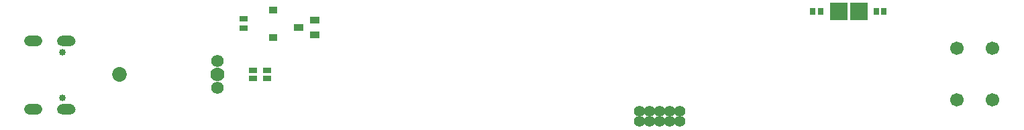
<source format=gbr>
G04 EAGLE Gerber RS-274X export*
G75*
%MOMM*%
%FSLAX34Y34*%
%LPD*%
%INSoldermask Bottom*%
%IPPOS*%
%AMOC8*
5,1,8,0,0,1.08239X$1,22.5*%
G01*
G04 Define Apertures*
%ADD10C,1.561200*%
%ADD11C,1.778200*%
%ADD12C,1.853200*%
%ADD13R,0.763200X0.832300*%
%ADD14R,1.053200X0.703200*%
%ADD15C,1.421200*%
%ADD16R,1.053200X0.803200*%
%ADD17R,1.003200X0.903200*%
%ADD18R,2.203200X2.203200*%
%ADD19R,1.303200X0.853200*%
%ADD20C,1.701200*%
%ADD21C,0.853200*%
%ADD22C,1.346200*%
G36*
X44082Y49620D02*
X43966Y50800D01*
X44082Y51980D01*
X44426Y53115D01*
X44985Y54161D01*
X45738Y55078D01*
X46655Y55831D01*
X47701Y56390D01*
X48836Y56734D01*
X50014Y56850D01*
X61018Y56850D01*
X62196Y56734D01*
X63331Y56390D01*
X64377Y55831D01*
X65294Y55078D01*
X66047Y54161D01*
X66606Y53115D01*
X66950Y51980D01*
X67066Y50800D01*
X66950Y49620D01*
X66606Y48485D01*
X66047Y47439D01*
X65294Y46522D01*
X64377Y45769D01*
X63331Y45210D01*
X62196Y44866D01*
X61018Y44750D01*
X50014Y44750D01*
X48836Y44866D01*
X47701Y45210D01*
X46655Y45769D01*
X45738Y46522D01*
X44985Y47439D01*
X44426Y48485D01*
X44082Y49620D01*
G37*
G36*
X44082Y136020D02*
X43966Y137200D01*
X44082Y138380D01*
X44426Y139515D01*
X44985Y140561D01*
X45738Y141478D01*
X46655Y142231D01*
X47701Y142790D01*
X48836Y143134D01*
X50014Y143250D01*
X61018Y143250D01*
X62196Y143134D01*
X63331Y142790D01*
X64377Y142231D01*
X65294Y141478D01*
X66047Y140561D01*
X66606Y139515D01*
X66950Y138380D01*
X67066Y137200D01*
X66950Y136020D01*
X66606Y134885D01*
X66047Y133839D01*
X65294Y132922D01*
X64377Y132169D01*
X63331Y131610D01*
X62196Y131266D01*
X61018Y131150D01*
X50014Y131150D01*
X48836Y131266D01*
X47701Y131610D01*
X46655Y132169D01*
X45738Y132922D01*
X44985Y133839D01*
X44426Y134885D01*
X44082Y136020D01*
G37*
G36*
X3782Y49620D02*
X3666Y50800D01*
X3782Y51980D01*
X4126Y53115D01*
X4685Y54161D01*
X5438Y55078D01*
X6355Y55831D01*
X7401Y56390D01*
X8536Y56734D01*
X9714Y56850D01*
X17718Y56850D01*
X18896Y56734D01*
X20031Y56390D01*
X21077Y55831D01*
X21994Y55078D01*
X22747Y54161D01*
X23306Y53115D01*
X23650Y51980D01*
X23766Y50800D01*
X23650Y49620D01*
X23306Y48485D01*
X22747Y47439D01*
X21994Y46522D01*
X21077Y45769D01*
X20031Y45210D01*
X18896Y44866D01*
X17718Y44750D01*
X9714Y44750D01*
X8536Y44866D01*
X7401Y45210D01*
X6355Y45769D01*
X5438Y46522D01*
X4685Y47439D01*
X4126Y48485D01*
X3782Y49620D01*
G37*
G36*
X3782Y136020D02*
X3666Y137200D01*
X3782Y138380D01*
X4126Y139515D01*
X4685Y140561D01*
X5438Y141478D01*
X6355Y142231D01*
X7401Y142790D01*
X8536Y143134D01*
X9714Y143250D01*
X17718Y143250D01*
X18896Y143134D01*
X20031Y142790D01*
X21077Y142231D01*
X21994Y141478D01*
X22747Y140561D01*
X23306Y139515D01*
X23650Y138380D01*
X23766Y137200D01*
X23650Y136020D01*
X23306Y134885D01*
X22747Y133839D01*
X21994Y132922D01*
X21077Y132169D01*
X20031Y131610D01*
X18896Y131266D01*
X17718Y131150D01*
X9714Y131150D01*
X8536Y131266D01*
X7401Y131610D01*
X6355Y132169D01*
X5438Y132922D01*
X4685Y133839D01*
X4126Y134885D01*
X3782Y136020D01*
G37*
D10*
X245750Y112000D03*
D11*
X245750Y95000D03*
D10*
X245750Y78000D03*
D12*
X122750Y95000D03*
D13*
X1087246Y174100D03*
X1077554Y174100D03*
X997454Y174300D03*
X1007146Y174300D03*
D14*
X308750Y100000D03*
X291250Y100000D03*
X308750Y90000D03*
X291250Y90000D03*
D15*
X829446Y48300D03*
X829446Y35600D03*
X816746Y48300D03*
X816746Y35600D03*
X804046Y48300D03*
X804046Y35600D03*
X791346Y48300D03*
X791346Y35600D03*
X778646Y48300D03*
X778646Y35600D03*
D16*
X279025Y164840D03*
X279025Y152840D03*
D17*
X316775Y176340D03*
X316775Y141340D03*
D18*
X1029900Y174200D03*
X1055400Y174200D03*
D19*
X369200Y163600D03*
X369200Y144400D03*
X348200Y154000D03*
D20*
X1224350Y62500D03*
X1224350Y127500D03*
X1179350Y62500D03*
X1179350Y127500D03*
D21*
X50516Y65100D03*
X50516Y122900D03*
D22*
X51181Y137180D02*
X60071Y137180D01*
X60071Y50820D02*
X51181Y50820D01*
X18161Y137180D02*
X9271Y137180D01*
X9271Y50820D02*
X18161Y50820D01*
M02*

</source>
